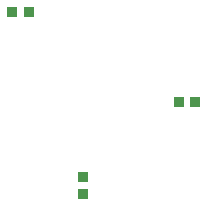
<source format=gbp>
G04 Layer: BottomPasteMaskLayer*
G04 Panelize: , Column: 2, Row: 2, Board Size: 58.42mm x 58.42mm, Panelized Board Size: 118.84mm x 118.84mm*
G04 EasyEDA v6.5.34, 2023-09-05 23:31:59*
G04 3ff1d21ffa584fb08a1032706516b83c,5a6b42c53f6a479593ecc07194224c93,10*
G04 Gerber Generator version 0.2*
G04 Scale: 100 percent, Rotated: No, Reflected: No *
G04 Dimensions in millimeters *
G04 leading zeros omitted , absolute positions ,4 integer and 5 decimal *
%FSLAX45Y45*%
%MOMM*%

%AMMACRO1*21,1,$1,$2,0,0,$3*%
%ADD10MACRO1,0.8X0.9X0.0000*%
%ADD11MACRO1,0.8X0.9X90.0000*%

%LPD*%
D10*
G01*
X2584601Y5588000D03*
G01*
X2444601Y5588000D03*
D11*
G01*
X3048000Y4184801D03*
G01*
X3048000Y4044801D03*
D10*
G01*
X3994301Y4826000D03*
G01*
X3854301Y4826000D03*
M02*

</source>
